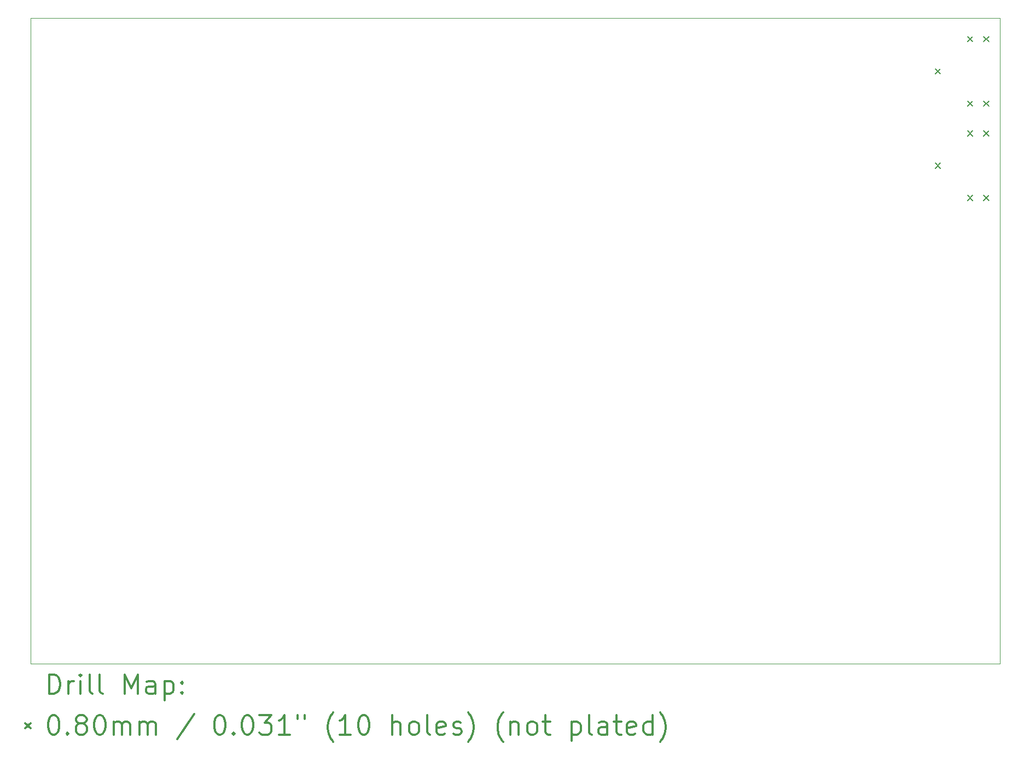
<source format=gbr>
%FSLAX45Y45*%
G04 Gerber Fmt 4.5, Leading zero omitted, Abs format (unit mm)*
G04 Created by KiCad (PCBNEW (5.1.9)-1) date 2023-03-31 17:31:45*
%MOMM*%
%LPD*%
G01*
G04 APERTURE LIST*
%TA.AperFunction,Profile*%
%ADD10C,0.025400*%
%TD*%
%TA.AperFunction,Profile*%
%ADD11C,0.025000*%
%TD*%
%ADD12C,0.200000*%
%ADD13C,0.300000*%
G04 APERTURE END LIST*
D10*
X3000000Y-13000000D02*
X18000000Y-13000000D01*
D11*
X3000000Y-3000000D02*
X18000000Y-3000000D01*
D10*
X18000000Y-3000000D02*
X18000000Y-13000000D01*
X3000000Y-3000000D02*
X3000000Y-13000000D01*
D12*
X17001500Y-3785500D02*
X17081500Y-3865500D01*
X17081500Y-3785500D02*
X17001500Y-3865500D01*
X17001500Y-5246000D02*
X17081500Y-5326000D01*
X17081500Y-5246000D02*
X17001500Y-5326000D01*
X17501500Y-3285500D02*
X17581500Y-3365500D01*
X17581500Y-3285500D02*
X17501500Y-3365500D01*
X17501500Y-4285500D02*
X17581500Y-4365500D01*
X17581500Y-4285500D02*
X17501500Y-4365500D01*
X17501500Y-4746000D02*
X17581500Y-4826000D01*
X17581500Y-4746000D02*
X17501500Y-4826000D01*
X17501500Y-5746000D02*
X17581500Y-5826000D01*
X17581500Y-5746000D02*
X17501500Y-5826000D01*
X17751500Y-3285500D02*
X17831500Y-3365500D01*
X17831500Y-3285500D02*
X17751500Y-3365500D01*
X17751500Y-4285500D02*
X17831500Y-4365500D01*
X17831500Y-4285500D02*
X17751500Y-4365500D01*
X17751500Y-4746000D02*
X17831500Y-4826000D01*
X17831500Y-4746000D02*
X17751500Y-4826000D01*
X17751500Y-5746000D02*
X17831500Y-5826000D01*
X17831500Y-5746000D02*
X17751500Y-5826000D01*
D13*
X3285158Y-13466984D02*
X3285158Y-13166984D01*
X3356587Y-13166984D01*
X3399444Y-13181270D01*
X3428016Y-13209841D01*
X3442301Y-13238413D01*
X3456587Y-13295556D01*
X3456587Y-13338413D01*
X3442301Y-13395556D01*
X3428016Y-13424127D01*
X3399444Y-13452699D01*
X3356587Y-13466984D01*
X3285158Y-13466984D01*
X3585158Y-13466984D02*
X3585158Y-13266984D01*
X3585158Y-13324127D02*
X3599444Y-13295556D01*
X3613730Y-13281270D01*
X3642301Y-13266984D01*
X3670873Y-13266984D01*
X3770873Y-13466984D02*
X3770873Y-13266984D01*
X3770873Y-13166984D02*
X3756587Y-13181270D01*
X3770873Y-13195556D01*
X3785158Y-13181270D01*
X3770873Y-13166984D01*
X3770873Y-13195556D01*
X3956587Y-13466984D02*
X3928016Y-13452699D01*
X3913730Y-13424127D01*
X3913730Y-13166984D01*
X4113730Y-13466984D02*
X4085158Y-13452699D01*
X4070873Y-13424127D01*
X4070873Y-13166984D01*
X4456587Y-13466984D02*
X4456587Y-13166984D01*
X4556587Y-13381270D01*
X4656587Y-13166984D01*
X4656587Y-13466984D01*
X4928016Y-13466984D02*
X4928016Y-13309841D01*
X4913730Y-13281270D01*
X4885158Y-13266984D01*
X4828016Y-13266984D01*
X4799444Y-13281270D01*
X4928016Y-13452699D02*
X4899444Y-13466984D01*
X4828016Y-13466984D01*
X4799444Y-13452699D01*
X4785158Y-13424127D01*
X4785158Y-13395556D01*
X4799444Y-13366984D01*
X4828016Y-13352699D01*
X4899444Y-13352699D01*
X4928016Y-13338413D01*
X5070873Y-13266984D02*
X5070873Y-13566984D01*
X5070873Y-13281270D02*
X5099444Y-13266984D01*
X5156587Y-13266984D01*
X5185158Y-13281270D01*
X5199444Y-13295556D01*
X5213730Y-13324127D01*
X5213730Y-13409841D01*
X5199444Y-13438413D01*
X5185158Y-13452699D01*
X5156587Y-13466984D01*
X5099444Y-13466984D01*
X5070873Y-13452699D01*
X5342301Y-13438413D02*
X5356587Y-13452699D01*
X5342301Y-13466984D01*
X5328016Y-13452699D01*
X5342301Y-13438413D01*
X5342301Y-13466984D01*
X5342301Y-13281270D02*
X5356587Y-13295556D01*
X5342301Y-13309841D01*
X5328016Y-13295556D01*
X5342301Y-13281270D01*
X5342301Y-13309841D01*
X2918730Y-13921270D02*
X2998730Y-14001270D01*
X2998730Y-13921270D02*
X2918730Y-14001270D01*
X3342301Y-13796984D02*
X3370873Y-13796984D01*
X3399444Y-13811270D01*
X3413730Y-13825556D01*
X3428016Y-13854127D01*
X3442301Y-13911270D01*
X3442301Y-13982699D01*
X3428016Y-14039841D01*
X3413730Y-14068413D01*
X3399444Y-14082699D01*
X3370873Y-14096984D01*
X3342301Y-14096984D01*
X3313730Y-14082699D01*
X3299444Y-14068413D01*
X3285158Y-14039841D01*
X3270873Y-13982699D01*
X3270873Y-13911270D01*
X3285158Y-13854127D01*
X3299444Y-13825556D01*
X3313730Y-13811270D01*
X3342301Y-13796984D01*
X3570873Y-14068413D02*
X3585158Y-14082699D01*
X3570873Y-14096984D01*
X3556587Y-14082699D01*
X3570873Y-14068413D01*
X3570873Y-14096984D01*
X3756587Y-13925556D02*
X3728016Y-13911270D01*
X3713730Y-13896984D01*
X3699444Y-13868413D01*
X3699444Y-13854127D01*
X3713730Y-13825556D01*
X3728016Y-13811270D01*
X3756587Y-13796984D01*
X3813730Y-13796984D01*
X3842301Y-13811270D01*
X3856587Y-13825556D01*
X3870873Y-13854127D01*
X3870873Y-13868413D01*
X3856587Y-13896984D01*
X3842301Y-13911270D01*
X3813730Y-13925556D01*
X3756587Y-13925556D01*
X3728016Y-13939841D01*
X3713730Y-13954127D01*
X3699444Y-13982699D01*
X3699444Y-14039841D01*
X3713730Y-14068413D01*
X3728016Y-14082699D01*
X3756587Y-14096984D01*
X3813730Y-14096984D01*
X3842301Y-14082699D01*
X3856587Y-14068413D01*
X3870873Y-14039841D01*
X3870873Y-13982699D01*
X3856587Y-13954127D01*
X3842301Y-13939841D01*
X3813730Y-13925556D01*
X4056587Y-13796984D02*
X4085158Y-13796984D01*
X4113730Y-13811270D01*
X4128016Y-13825556D01*
X4142301Y-13854127D01*
X4156587Y-13911270D01*
X4156587Y-13982699D01*
X4142301Y-14039841D01*
X4128016Y-14068413D01*
X4113730Y-14082699D01*
X4085158Y-14096984D01*
X4056587Y-14096984D01*
X4028016Y-14082699D01*
X4013730Y-14068413D01*
X3999444Y-14039841D01*
X3985158Y-13982699D01*
X3985158Y-13911270D01*
X3999444Y-13854127D01*
X4013730Y-13825556D01*
X4028016Y-13811270D01*
X4056587Y-13796984D01*
X4285158Y-14096984D02*
X4285158Y-13896984D01*
X4285158Y-13925556D02*
X4299444Y-13911270D01*
X4328016Y-13896984D01*
X4370873Y-13896984D01*
X4399444Y-13911270D01*
X4413730Y-13939841D01*
X4413730Y-14096984D01*
X4413730Y-13939841D02*
X4428016Y-13911270D01*
X4456587Y-13896984D01*
X4499444Y-13896984D01*
X4528016Y-13911270D01*
X4542301Y-13939841D01*
X4542301Y-14096984D01*
X4685158Y-14096984D02*
X4685158Y-13896984D01*
X4685158Y-13925556D02*
X4699444Y-13911270D01*
X4728016Y-13896984D01*
X4770873Y-13896984D01*
X4799444Y-13911270D01*
X4813730Y-13939841D01*
X4813730Y-14096984D01*
X4813730Y-13939841D02*
X4828016Y-13911270D01*
X4856587Y-13896984D01*
X4899444Y-13896984D01*
X4928016Y-13911270D01*
X4942301Y-13939841D01*
X4942301Y-14096984D01*
X5528016Y-13782699D02*
X5270873Y-14168413D01*
X5913730Y-13796984D02*
X5942301Y-13796984D01*
X5970873Y-13811270D01*
X5985158Y-13825556D01*
X5999444Y-13854127D01*
X6013730Y-13911270D01*
X6013730Y-13982699D01*
X5999444Y-14039841D01*
X5985158Y-14068413D01*
X5970873Y-14082699D01*
X5942301Y-14096984D01*
X5913730Y-14096984D01*
X5885158Y-14082699D01*
X5870873Y-14068413D01*
X5856587Y-14039841D01*
X5842301Y-13982699D01*
X5842301Y-13911270D01*
X5856587Y-13854127D01*
X5870873Y-13825556D01*
X5885158Y-13811270D01*
X5913730Y-13796984D01*
X6142301Y-14068413D02*
X6156587Y-14082699D01*
X6142301Y-14096984D01*
X6128016Y-14082699D01*
X6142301Y-14068413D01*
X6142301Y-14096984D01*
X6342301Y-13796984D02*
X6370873Y-13796984D01*
X6399444Y-13811270D01*
X6413730Y-13825556D01*
X6428016Y-13854127D01*
X6442301Y-13911270D01*
X6442301Y-13982699D01*
X6428016Y-14039841D01*
X6413730Y-14068413D01*
X6399444Y-14082699D01*
X6370873Y-14096984D01*
X6342301Y-14096984D01*
X6313730Y-14082699D01*
X6299444Y-14068413D01*
X6285158Y-14039841D01*
X6270873Y-13982699D01*
X6270873Y-13911270D01*
X6285158Y-13854127D01*
X6299444Y-13825556D01*
X6313730Y-13811270D01*
X6342301Y-13796984D01*
X6542301Y-13796984D02*
X6728016Y-13796984D01*
X6628016Y-13911270D01*
X6670873Y-13911270D01*
X6699444Y-13925556D01*
X6713730Y-13939841D01*
X6728016Y-13968413D01*
X6728016Y-14039841D01*
X6713730Y-14068413D01*
X6699444Y-14082699D01*
X6670873Y-14096984D01*
X6585158Y-14096984D01*
X6556587Y-14082699D01*
X6542301Y-14068413D01*
X7013730Y-14096984D02*
X6842301Y-14096984D01*
X6928016Y-14096984D02*
X6928016Y-13796984D01*
X6899444Y-13839841D01*
X6870873Y-13868413D01*
X6842301Y-13882699D01*
X7128016Y-13796984D02*
X7128016Y-13854127D01*
X7242301Y-13796984D02*
X7242301Y-13854127D01*
X7685158Y-14211270D02*
X7670873Y-14196984D01*
X7642301Y-14154127D01*
X7628016Y-14125556D01*
X7613730Y-14082699D01*
X7599444Y-14011270D01*
X7599444Y-13954127D01*
X7613730Y-13882699D01*
X7628016Y-13839841D01*
X7642301Y-13811270D01*
X7670873Y-13768413D01*
X7685158Y-13754127D01*
X7956587Y-14096984D02*
X7785158Y-14096984D01*
X7870873Y-14096984D02*
X7870873Y-13796984D01*
X7842301Y-13839841D01*
X7813730Y-13868413D01*
X7785158Y-13882699D01*
X8142301Y-13796984D02*
X8170873Y-13796984D01*
X8199444Y-13811270D01*
X8213730Y-13825556D01*
X8228016Y-13854127D01*
X8242301Y-13911270D01*
X8242301Y-13982699D01*
X8228016Y-14039841D01*
X8213730Y-14068413D01*
X8199444Y-14082699D01*
X8170873Y-14096984D01*
X8142301Y-14096984D01*
X8113730Y-14082699D01*
X8099444Y-14068413D01*
X8085158Y-14039841D01*
X8070873Y-13982699D01*
X8070873Y-13911270D01*
X8085158Y-13854127D01*
X8099444Y-13825556D01*
X8113730Y-13811270D01*
X8142301Y-13796984D01*
X8599444Y-14096984D02*
X8599444Y-13796984D01*
X8728016Y-14096984D02*
X8728016Y-13939841D01*
X8713730Y-13911270D01*
X8685158Y-13896984D01*
X8642301Y-13896984D01*
X8613730Y-13911270D01*
X8599444Y-13925556D01*
X8913730Y-14096984D02*
X8885158Y-14082699D01*
X8870873Y-14068413D01*
X8856587Y-14039841D01*
X8856587Y-13954127D01*
X8870873Y-13925556D01*
X8885158Y-13911270D01*
X8913730Y-13896984D01*
X8956587Y-13896984D01*
X8985158Y-13911270D01*
X8999444Y-13925556D01*
X9013730Y-13954127D01*
X9013730Y-14039841D01*
X8999444Y-14068413D01*
X8985158Y-14082699D01*
X8956587Y-14096984D01*
X8913730Y-14096984D01*
X9185158Y-14096984D02*
X9156587Y-14082699D01*
X9142301Y-14054127D01*
X9142301Y-13796984D01*
X9413730Y-14082699D02*
X9385158Y-14096984D01*
X9328016Y-14096984D01*
X9299444Y-14082699D01*
X9285158Y-14054127D01*
X9285158Y-13939841D01*
X9299444Y-13911270D01*
X9328016Y-13896984D01*
X9385158Y-13896984D01*
X9413730Y-13911270D01*
X9428016Y-13939841D01*
X9428016Y-13968413D01*
X9285158Y-13996984D01*
X9542301Y-14082699D02*
X9570873Y-14096984D01*
X9628016Y-14096984D01*
X9656587Y-14082699D01*
X9670873Y-14054127D01*
X9670873Y-14039841D01*
X9656587Y-14011270D01*
X9628016Y-13996984D01*
X9585158Y-13996984D01*
X9556587Y-13982699D01*
X9542301Y-13954127D01*
X9542301Y-13939841D01*
X9556587Y-13911270D01*
X9585158Y-13896984D01*
X9628016Y-13896984D01*
X9656587Y-13911270D01*
X9770873Y-14211270D02*
X9785158Y-14196984D01*
X9813730Y-14154127D01*
X9828016Y-14125556D01*
X9842301Y-14082699D01*
X9856587Y-14011270D01*
X9856587Y-13954127D01*
X9842301Y-13882699D01*
X9828016Y-13839841D01*
X9813730Y-13811270D01*
X9785158Y-13768413D01*
X9770873Y-13754127D01*
X10313730Y-14211270D02*
X10299444Y-14196984D01*
X10270873Y-14154127D01*
X10256587Y-14125556D01*
X10242301Y-14082699D01*
X10228016Y-14011270D01*
X10228016Y-13954127D01*
X10242301Y-13882699D01*
X10256587Y-13839841D01*
X10270873Y-13811270D01*
X10299444Y-13768413D01*
X10313730Y-13754127D01*
X10428016Y-13896984D02*
X10428016Y-14096984D01*
X10428016Y-13925556D02*
X10442301Y-13911270D01*
X10470873Y-13896984D01*
X10513730Y-13896984D01*
X10542301Y-13911270D01*
X10556587Y-13939841D01*
X10556587Y-14096984D01*
X10742301Y-14096984D02*
X10713730Y-14082699D01*
X10699444Y-14068413D01*
X10685158Y-14039841D01*
X10685158Y-13954127D01*
X10699444Y-13925556D01*
X10713730Y-13911270D01*
X10742301Y-13896984D01*
X10785158Y-13896984D01*
X10813730Y-13911270D01*
X10828016Y-13925556D01*
X10842301Y-13954127D01*
X10842301Y-14039841D01*
X10828016Y-14068413D01*
X10813730Y-14082699D01*
X10785158Y-14096984D01*
X10742301Y-14096984D01*
X10928016Y-13896984D02*
X11042301Y-13896984D01*
X10970873Y-13796984D02*
X10970873Y-14054127D01*
X10985158Y-14082699D01*
X11013730Y-14096984D01*
X11042301Y-14096984D01*
X11370873Y-13896984D02*
X11370873Y-14196984D01*
X11370873Y-13911270D02*
X11399444Y-13896984D01*
X11456587Y-13896984D01*
X11485158Y-13911270D01*
X11499444Y-13925556D01*
X11513730Y-13954127D01*
X11513730Y-14039841D01*
X11499444Y-14068413D01*
X11485158Y-14082699D01*
X11456587Y-14096984D01*
X11399444Y-14096984D01*
X11370873Y-14082699D01*
X11685158Y-14096984D02*
X11656587Y-14082699D01*
X11642301Y-14054127D01*
X11642301Y-13796984D01*
X11928016Y-14096984D02*
X11928016Y-13939841D01*
X11913730Y-13911270D01*
X11885158Y-13896984D01*
X11828016Y-13896984D01*
X11799444Y-13911270D01*
X11928016Y-14082699D02*
X11899444Y-14096984D01*
X11828016Y-14096984D01*
X11799444Y-14082699D01*
X11785158Y-14054127D01*
X11785158Y-14025556D01*
X11799444Y-13996984D01*
X11828016Y-13982699D01*
X11899444Y-13982699D01*
X11928016Y-13968413D01*
X12028016Y-13896984D02*
X12142301Y-13896984D01*
X12070873Y-13796984D02*
X12070873Y-14054127D01*
X12085158Y-14082699D01*
X12113730Y-14096984D01*
X12142301Y-14096984D01*
X12356587Y-14082699D02*
X12328016Y-14096984D01*
X12270873Y-14096984D01*
X12242301Y-14082699D01*
X12228016Y-14054127D01*
X12228016Y-13939841D01*
X12242301Y-13911270D01*
X12270873Y-13896984D01*
X12328016Y-13896984D01*
X12356587Y-13911270D01*
X12370873Y-13939841D01*
X12370873Y-13968413D01*
X12228016Y-13996984D01*
X12628016Y-14096984D02*
X12628016Y-13796984D01*
X12628016Y-14082699D02*
X12599444Y-14096984D01*
X12542301Y-14096984D01*
X12513730Y-14082699D01*
X12499444Y-14068413D01*
X12485158Y-14039841D01*
X12485158Y-13954127D01*
X12499444Y-13925556D01*
X12513730Y-13911270D01*
X12542301Y-13896984D01*
X12599444Y-13896984D01*
X12628016Y-13911270D01*
X12742301Y-14211270D02*
X12756587Y-14196984D01*
X12785158Y-14154127D01*
X12799444Y-14125556D01*
X12813730Y-14082699D01*
X12828016Y-14011270D01*
X12828016Y-13954127D01*
X12813730Y-13882699D01*
X12799444Y-13839841D01*
X12785158Y-13811270D01*
X12756587Y-13768413D01*
X12742301Y-13754127D01*
M02*

</source>
